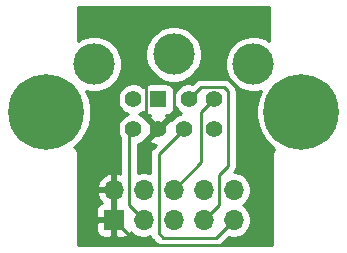
<source format=gtl>
%TF.GenerationSoftware,KiCad,Pcbnew,5.1.10-88a1d61d58~89~ubuntu20.04.1*%
%TF.CreationDate,2021-10-06T22:55:05-05:00*%
%TF.ProjectId,portboard_ribbon,706f7274-626f-4617-9264-5f726962626f,rev?*%
%TF.SameCoordinates,Original*%
%TF.FileFunction,Copper,L1,Top*%
%TF.FilePolarity,Positive*%
%FSLAX46Y46*%
G04 Gerber Fmt 4.6, Leading zero omitted, Abs format (unit mm)*
G04 Created by KiCad (PCBNEW 5.1.10-88a1d61d58~89~ubuntu20.04.1) date 2021-10-06 22:55:05*
%MOMM*%
%LPD*%
G01*
G04 APERTURE LIST*
%TA.AperFunction,ComponentPad*%
%ADD10C,1.422400*%
%TD*%
%TA.AperFunction,ComponentPad*%
%ADD11R,1.422400X1.422400*%
%TD*%
%TA.AperFunction,ComponentPad*%
%ADD12C,3.500000*%
%TD*%
%TA.AperFunction,ComponentPad*%
%ADD13O,1.700000X1.700000*%
%TD*%
%TA.AperFunction,ComponentPad*%
%ADD14R,1.700000X1.700000*%
%TD*%
%TA.AperFunction,ComponentPad*%
%ADD15C,6.400000*%
%TD*%
%TA.AperFunction,Conductor*%
%ADD16C,0.250000*%
%TD*%
%TA.AperFunction,Conductor*%
%ADD17C,0.254000*%
%TD*%
%TA.AperFunction,Conductor*%
%ADD18C,0.150000*%
%TD*%
G04 APERTURE END LIST*
D10*
%TO.P,J2,7*%
%TO.N,/GPi*%
X67829000Y-41053000D03*
%TO.P,J2,4*%
%TO.N,GND*%
X65629000Y-41053000D03*
%TO.P,J2,6*%
%TO.N,/TXD+*%
X63529000Y-41053000D03*
%TO.P,J2,8*%
%TO.N,/RXD+*%
X70329000Y-41053000D03*
%TO.P,J2,5*%
%TO.N,/RXD-*%
X70329000Y-38553000D03*
%TO.P,J2,3*%
%TO.N,/TXD-*%
X63529000Y-38553000D03*
D11*
%TO.P,J2,1*%
%TO.N,/HSKo*%
X65629000Y-38553000D03*
D10*
%TO.P,J2,2*%
%TO.N,/HSKi*%
X68229000Y-38553000D03*
D12*
%TO.P,J2,SH2*%
%TO.N,N/C*%
X66929000Y-34753000D03*
%TO.P,J2,SH3*%
X60179000Y-35553000D03*
%TO.P,J2,SH1*%
X73679000Y-35553000D03*
%TD*%
D13*
%TO.P,J1,10*%
%TO.N,+5V*%
X72009000Y-46228000D03*
%TO.P,J1,9*%
%TO.N,/GPi*%
X72009000Y-48768000D03*
%TO.P,J1,8*%
%TO.N,/HSKo*%
X69469000Y-46228000D03*
%TO.P,J1,7*%
%TO.N,/HSKi*%
X69469000Y-48768000D03*
%TO.P,J1,6*%
%TO.N,/RXD-*%
X66929000Y-46228000D03*
%TO.P,J1,5*%
%TO.N,/RXD+*%
X66929000Y-48768000D03*
%TO.P,J1,4*%
%TO.N,/TXD-*%
X64389000Y-46228000D03*
%TO.P,J1,3*%
%TO.N,/TXD+*%
X64389000Y-48768000D03*
%TO.P,J1,2*%
%TO.N,GND*%
X61849000Y-46228000D03*
D14*
%TO.P,J1,1*%
X61849000Y-48768000D03*
%TD*%
D15*
%TO.P,H2,1*%
%TO.N,N/C*%
X77724000Y-39624000D03*
%TD*%
%TO.P,H1,1*%
%TO.N,N/C*%
X56134000Y-39624000D03*
%TD*%
D16*
%TO.N,/GPi*%
X70485000Y-50292000D02*
X72009000Y-48768000D01*
X66040000Y-50292000D02*
X70485000Y-50292000D01*
X65659000Y-43223000D02*
X65659000Y-49911000D01*
X65659000Y-49911000D02*
X66040000Y-50292000D01*
X67829000Y-41053000D02*
X65659000Y-43223000D01*
%TO.N,/HSKi*%
X71171799Y-37516799D02*
X71501000Y-37846000D01*
X70739000Y-44977499D02*
X70739000Y-47498000D01*
X71501000Y-44215499D02*
X70739000Y-44977499D01*
X68229000Y-38553000D02*
X69265201Y-37516799D01*
X70739000Y-47498000D02*
X69469000Y-48768000D01*
X69265201Y-37516799D02*
X71171799Y-37516799D01*
X71501000Y-37846000D02*
X71501000Y-44215499D01*
%TO.N,/RXD-*%
X69292799Y-43864201D02*
X69292799Y-39589201D01*
X69292799Y-39589201D02*
X70329000Y-38553000D01*
X66929000Y-46228000D02*
X69292799Y-43864201D01*
%TO.N,/TXD+*%
X63119000Y-47498000D02*
X64389000Y-48768000D01*
X63119000Y-41463000D02*
X63119000Y-47498000D01*
X63529000Y-41053000D02*
X63119000Y-41463000D01*
%TO.N,GND*%
X66929000Y-39753000D02*
X66929000Y-37211000D01*
X65629000Y-41053000D02*
X66929000Y-39753000D01*
X66929000Y-37211000D02*
X64643000Y-37211000D01*
X64565201Y-39989201D02*
X65629000Y-41053000D01*
X64565201Y-37288799D02*
X64565201Y-39989201D01*
X64643000Y-37211000D02*
X64565201Y-37288799D01*
X64643000Y-37211000D02*
X62738000Y-37211000D01*
X61849000Y-38100000D02*
X61849000Y-46228000D01*
X62738000Y-37211000D02*
X61849000Y-38100000D01*
X61849000Y-46228000D02*
X61849000Y-48768000D01*
X68326000Y-37211000D02*
X67183000Y-37211000D01*
X67183000Y-37211000D02*
X66929000Y-37211000D01*
X68707000Y-36830000D02*
X68326000Y-37211000D01*
X71628000Y-36830000D02*
X68707000Y-36830000D01*
X73025000Y-38227000D02*
X71628000Y-36830000D01*
X73025000Y-42418000D02*
X73025000Y-38227000D01*
X73787000Y-43180000D02*
X73025000Y-42418000D01*
X73787000Y-50927000D02*
X73787000Y-43180000D01*
X64008000Y-50927000D02*
X73787000Y-50927000D01*
X61849000Y-48768000D02*
X64008000Y-50927000D01*
%TD*%
D17*
%TO.N,GND*%
X75032001Y-33588631D02*
X74808721Y-33439440D01*
X74374679Y-33259654D01*
X73913902Y-33168000D01*
X73444098Y-33168000D01*
X72983321Y-33259654D01*
X72549279Y-33439440D01*
X72158651Y-33700450D01*
X71826450Y-34032651D01*
X71565440Y-34423279D01*
X71385654Y-34857321D01*
X71294000Y-35318098D01*
X71294000Y-35787902D01*
X71385654Y-36248679D01*
X71565440Y-36682721D01*
X71826450Y-37073349D01*
X72158651Y-37405550D01*
X72549279Y-37666560D01*
X72983321Y-37846346D01*
X73444098Y-37938000D01*
X73913902Y-37938000D01*
X74303489Y-37860507D01*
X74036377Y-38505372D01*
X73889000Y-39246285D01*
X73889000Y-40001715D01*
X74036377Y-40742628D01*
X74325467Y-41440554D01*
X74745161Y-42068670D01*
X75279330Y-42602839D01*
X75464384Y-42726488D01*
X75394575Y-42811550D01*
X75333290Y-42926207D01*
X75295550Y-43050617D01*
X75282807Y-43180000D01*
X75286000Y-43212418D01*
X75286001Y-50902000D01*
X70939707Y-50902000D01*
X71025001Y-50832001D01*
X71048803Y-50802998D01*
X71642592Y-50209210D01*
X71862740Y-50253000D01*
X72155260Y-50253000D01*
X72442158Y-50195932D01*
X72712411Y-50083990D01*
X72955632Y-49921475D01*
X73162475Y-49714632D01*
X73324990Y-49471411D01*
X73436932Y-49201158D01*
X73494000Y-48914260D01*
X73494000Y-48621740D01*
X73436932Y-48334842D01*
X73324990Y-48064589D01*
X73162475Y-47821368D01*
X72955632Y-47614525D01*
X72781240Y-47498000D01*
X72955632Y-47381475D01*
X73162475Y-47174632D01*
X73324990Y-46931411D01*
X73436932Y-46661158D01*
X73494000Y-46374260D01*
X73494000Y-46081740D01*
X73436932Y-45794842D01*
X73324990Y-45524589D01*
X73162475Y-45281368D01*
X72955632Y-45074525D01*
X72712411Y-44912010D01*
X72442158Y-44800068D01*
X72155260Y-44743000D01*
X72051259Y-44743000D01*
X72135974Y-44639775D01*
X72206546Y-44507746D01*
X72250003Y-44364485D01*
X72261000Y-44252832D01*
X72261000Y-44252824D01*
X72264676Y-44215499D01*
X72261000Y-44178174D01*
X72261000Y-37883333D01*
X72264677Y-37846000D01*
X72250003Y-37697014D01*
X72206546Y-37553753D01*
X72171029Y-37487306D01*
X72135974Y-37421724D01*
X72041001Y-37305999D01*
X72011998Y-37282197D01*
X71735603Y-37005802D01*
X71711800Y-36976798D01*
X71596075Y-36881825D01*
X71464046Y-36811253D01*
X71320785Y-36767796D01*
X71209132Y-36756799D01*
X71209121Y-36756799D01*
X71171799Y-36753123D01*
X71134477Y-36756799D01*
X69302534Y-36756799D01*
X69265201Y-36753122D01*
X69227868Y-36756799D01*
X69116215Y-36767796D01*
X68972954Y-36811253D01*
X68840925Y-36881825D01*
X68725200Y-36976798D01*
X68701402Y-37005796D01*
X68477369Y-37229830D01*
X68361589Y-37206800D01*
X68096411Y-37206800D01*
X67836328Y-37258533D01*
X67591335Y-37360013D01*
X67370847Y-37507338D01*
X67183338Y-37694847D01*
X67036013Y-37915335D01*
X66978272Y-38054733D01*
X66978272Y-37841800D01*
X66966012Y-37717318D01*
X66929702Y-37597620D01*
X66870737Y-37487306D01*
X66791385Y-37390615D01*
X66694694Y-37311263D01*
X66584380Y-37252298D01*
X66464682Y-37215988D01*
X66340200Y-37203728D01*
X64917800Y-37203728D01*
X64793318Y-37215988D01*
X64673620Y-37252298D01*
X64563306Y-37311263D01*
X64466615Y-37390615D01*
X64387263Y-37487306D01*
X64379344Y-37502120D01*
X64166665Y-37360013D01*
X63921672Y-37258533D01*
X63661589Y-37206800D01*
X63396411Y-37206800D01*
X63136328Y-37258533D01*
X62891335Y-37360013D01*
X62670847Y-37507338D01*
X62483338Y-37694847D01*
X62336013Y-37915335D01*
X62234533Y-38160328D01*
X62182800Y-38420411D01*
X62182800Y-38685589D01*
X62234533Y-38945672D01*
X62336013Y-39190665D01*
X62483338Y-39411153D01*
X62670847Y-39598662D01*
X62891335Y-39745987D01*
X63028976Y-39803000D01*
X62891335Y-39860013D01*
X62670847Y-40007338D01*
X62483338Y-40194847D01*
X62336013Y-40415335D01*
X62234533Y-40660328D01*
X62182800Y-40920411D01*
X62182800Y-41185589D01*
X62234533Y-41445672D01*
X62336013Y-41690665D01*
X62359000Y-41725068D01*
X62359001Y-44833986D01*
X62353099Y-44831175D01*
X62205890Y-44786524D01*
X61976000Y-44907845D01*
X61976000Y-46101000D01*
X61996000Y-46101000D01*
X61996000Y-46355000D01*
X61976000Y-46355000D01*
X61976000Y-48641000D01*
X61996000Y-48641000D01*
X61996000Y-48895000D01*
X61976000Y-48895000D01*
X61976000Y-50094250D01*
X62134750Y-50253000D01*
X62699000Y-50256072D01*
X62823482Y-50243812D01*
X62943180Y-50207502D01*
X63053494Y-50148537D01*
X63150185Y-50069185D01*
X63229537Y-49972494D01*
X63288502Y-49862180D01*
X63310513Y-49789620D01*
X63442368Y-49921475D01*
X63685589Y-50083990D01*
X63955842Y-50195932D01*
X64242740Y-50253000D01*
X64535260Y-50253000D01*
X64822158Y-50195932D01*
X64936828Y-50148434D01*
X64953454Y-50203246D01*
X65024026Y-50335276D01*
X65095201Y-50422002D01*
X65119000Y-50451001D01*
X65147998Y-50474799D01*
X65476196Y-50802997D01*
X65499999Y-50832001D01*
X65585293Y-50902000D01*
X58826000Y-50902000D01*
X58826000Y-49618000D01*
X60360928Y-49618000D01*
X60373188Y-49742482D01*
X60409498Y-49862180D01*
X60468463Y-49972494D01*
X60547815Y-50069185D01*
X60644506Y-50148537D01*
X60754820Y-50207502D01*
X60874518Y-50243812D01*
X60999000Y-50256072D01*
X61563250Y-50253000D01*
X61722000Y-50094250D01*
X61722000Y-48895000D01*
X60522750Y-48895000D01*
X60364000Y-49053750D01*
X60360928Y-49618000D01*
X58826000Y-49618000D01*
X58826000Y-47918000D01*
X60360928Y-47918000D01*
X60364000Y-48482250D01*
X60522750Y-48641000D01*
X61722000Y-48641000D01*
X61722000Y-46355000D01*
X60528186Y-46355000D01*
X60407519Y-46584891D01*
X60504843Y-46859252D01*
X60653822Y-47109355D01*
X60830626Y-47305502D01*
X60754820Y-47328498D01*
X60644506Y-47387463D01*
X60547815Y-47466815D01*
X60468463Y-47563506D01*
X60409498Y-47673820D01*
X60373188Y-47793518D01*
X60360928Y-47918000D01*
X58826000Y-47918000D01*
X58826000Y-45871109D01*
X60407519Y-45871109D01*
X60528186Y-46101000D01*
X61722000Y-46101000D01*
X61722000Y-44907845D01*
X61492110Y-44786524D01*
X61344901Y-44831175D01*
X61082080Y-44956359D01*
X60848731Y-45130412D01*
X60653822Y-45346645D01*
X60504843Y-45596748D01*
X60407519Y-45871109D01*
X58826000Y-45871109D01*
X58826000Y-43212418D01*
X58829193Y-43180000D01*
X58816450Y-43050617D01*
X58778710Y-42926207D01*
X58717425Y-42811550D01*
X58634948Y-42711052D01*
X58537010Y-42630676D01*
X58578670Y-42602839D01*
X59112839Y-42068670D01*
X59532533Y-41440554D01*
X59821623Y-40742628D01*
X59969000Y-40001715D01*
X59969000Y-39246285D01*
X59821623Y-38505372D01*
X59554511Y-37860507D01*
X59944098Y-37938000D01*
X60413902Y-37938000D01*
X60874679Y-37846346D01*
X61308721Y-37666560D01*
X61699349Y-37405550D01*
X62031550Y-37073349D01*
X62292560Y-36682721D01*
X62472346Y-36248679D01*
X62564000Y-35787902D01*
X62564000Y-35318098D01*
X62472346Y-34857321D01*
X62331836Y-34518098D01*
X64544000Y-34518098D01*
X64544000Y-34987902D01*
X64635654Y-35448679D01*
X64815440Y-35882721D01*
X65076450Y-36273349D01*
X65408651Y-36605550D01*
X65799279Y-36866560D01*
X66233321Y-37046346D01*
X66694098Y-37138000D01*
X67163902Y-37138000D01*
X67624679Y-37046346D01*
X68058721Y-36866560D01*
X68449349Y-36605550D01*
X68781550Y-36273349D01*
X69042560Y-35882721D01*
X69222346Y-35448679D01*
X69314000Y-34987902D01*
X69314000Y-34518098D01*
X69222346Y-34057321D01*
X69042560Y-33623279D01*
X68781550Y-33232651D01*
X68449349Y-32900450D01*
X68058721Y-32639440D01*
X67624679Y-32459654D01*
X67163902Y-32368000D01*
X66694098Y-32368000D01*
X66233321Y-32459654D01*
X65799279Y-32639440D01*
X65408651Y-32900450D01*
X65076450Y-33232651D01*
X64815440Y-33623279D01*
X64635654Y-34057321D01*
X64544000Y-34518098D01*
X62331836Y-34518098D01*
X62292560Y-34423279D01*
X62031550Y-34032651D01*
X61699349Y-33700450D01*
X61308721Y-33439440D01*
X60874679Y-33259654D01*
X60413902Y-33168000D01*
X59944098Y-33168000D01*
X59483321Y-33259654D01*
X59049279Y-33439440D01*
X58826000Y-33588631D01*
X58826000Y-30759000D01*
X75032000Y-30759000D01*
X75032001Y-33588631D01*
%TA.AperFunction,Conductor*%
D18*
G36*
X75032001Y-33588631D02*
G01*
X74808721Y-33439440D01*
X74374679Y-33259654D01*
X73913902Y-33168000D01*
X73444098Y-33168000D01*
X72983321Y-33259654D01*
X72549279Y-33439440D01*
X72158651Y-33700450D01*
X71826450Y-34032651D01*
X71565440Y-34423279D01*
X71385654Y-34857321D01*
X71294000Y-35318098D01*
X71294000Y-35787902D01*
X71385654Y-36248679D01*
X71565440Y-36682721D01*
X71826450Y-37073349D01*
X72158651Y-37405550D01*
X72549279Y-37666560D01*
X72983321Y-37846346D01*
X73444098Y-37938000D01*
X73913902Y-37938000D01*
X74303489Y-37860507D01*
X74036377Y-38505372D01*
X73889000Y-39246285D01*
X73889000Y-40001715D01*
X74036377Y-40742628D01*
X74325467Y-41440554D01*
X74745161Y-42068670D01*
X75279330Y-42602839D01*
X75464384Y-42726488D01*
X75394575Y-42811550D01*
X75333290Y-42926207D01*
X75295550Y-43050617D01*
X75282807Y-43180000D01*
X75286000Y-43212418D01*
X75286001Y-50902000D01*
X70939707Y-50902000D01*
X71025001Y-50832001D01*
X71048803Y-50802998D01*
X71642592Y-50209210D01*
X71862740Y-50253000D01*
X72155260Y-50253000D01*
X72442158Y-50195932D01*
X72712411Y-50083990D01*
X72955632Y-49921475D01*
X73162475Y-49714632D01*
X73324990Y-49471411D01*
X73436932Y-49201158D01*
X73494000Y-48914260D01*
X73494000Y-48621740D01*
X73436932Y-48334842D01*
X73324990Y-48064589D01*
X73162475Y-47821368D01*
X72955632Y-47614525D01*
X72781240Y-47498000D01*
X72955632Y-47381475D01*
X73162475Y-47174632D01*
X73324990Y-46931411D01*
X73436932Y-46661158D01*
X73494000Y-46374260D01*
X73494000Y-46081740D01*
X73436932Y-45794842D01*
X73324990Y-45524589D01*
X73162475Y-45281368D01*
X72955632Y-45074525D01*
X72712411Y-44912010D01*
X72442158Y-44800068D01*
X72155260Y-44743000D01*
X72051259Y-44743000D01*
X72135974Y-44639775D01*
X72206546Y-44507746D01*
X72250003Y-44364485D01*
X72261000Y-44252832D01*
X72261000Y-44252824D01*
X72264676Y-44215499D01*
X72261000Y-44178174D01*
X72261000Y-37883333D01*
X72264677Y-37846000D01*
X72250003Y-37697014D01*
X72206546Y-37553753D01*
X72171029Y-37487306D01*
X72135974Y-37421724D01*
X72041001Y-37305999D01*
X72011998Y-37282197D01*
X71735603Y-37005802D01*
X71711800Y-36976798D01*
X71596075Y-36881825D01*
X71464046Y-36811253D01*
X71320785Y-36767796D01*
X71209132Y-36756799D01*
X71209121Y-36756799D01*
X71171799Y-36753123D01*
X71134477Y-36756799D01*
X69302534Y-36756799D01*
X69265201Y-36753122D01*
X69227868Y-36756799D01*
X69116215Y-36767796D01*
X68972954Y-36811253D01*
X68840925Y-36881825D01*
X68725200Y-36976798D01*
X68701402Y-37005796D01*
X68477369Y-37229830D01*
X68361589Y-37206800D01*
X68096411Y-37206800D01*
X67836328Y-37258533D01*
X67591335Y-37360013D01*
X67370847Y-37507338D01*
X67183338Y-37694847D01*
X67036013Y-37915335D01*
X66978272Y-38054733D01*
X66978272Y-37841800D01*
X66966012Y-37717318D01*
X66929702Y-37597620D01*
X66870737Y-37487306D01*
X66791385Y-37390615D01*
X66694694Y-37311263D01*
X66584380Y-37252298D01*
X66464682Y-37215988D01*
X66340200Y-37203728D01*
X64917800Y-37203728D01*
X64793318Y-37215988D01*
X64673620Y-37252298D01*
X64563306Y-37311263D01*
X64466615Y-37390615D01*
X64387263Y-37487306D01*
X64379344Y-37502120D01*
X64166665Y-37360013D01*
X63921672Y-37258533D01*
X63661589Y-37206800D01*
X63396411Y-37206800D01*
X63136328Y-37258533D01*
X62891335Y-37360013D01*
X62670847Y-37507338D01*
X62483338Y-37694847D01*
X62336013Y-37915335D01*
X62234533Y-38160328D01*
X62182800Y-38420411D01*
X62182800Y-38685589D01*
X62234533Y-38945672D01*
X62336013Y-39190665D01*
X62483338Y-39411153D01*
X62670847Y-39598662D01*
X62891335Y-39745987D01*
X63028976Y-39803000D01*
X62891335Y-39860013D01*
X62670847Y-40007338D01*
X62483338Y-40194847D01*
X62336013Y-40415335D01*
X62234533Y-40660328D01*
X62182800Y-40920411D01*
X62182800Y-41185589D01*
X62234533Y-41445672D01*
X62336013Y-41690665D01*
X62359000Y-41725068D01*
X62359001Y-44833986D01*
X62353099Y-44831175D01*
X62205890Y-44786524D01*
X61976000Y-44907845D01*
X61976000Y-46101000D01*
X61996000Y-46101000D01*
X61996000Y-46355000D01*
X61976000Y-46355000D01*
X61976000Y-48641000D01*
X61996000Y-48641000D01*
X61996000Y-48895000D01*
X61976000Y-48895000D01*
X61976000Y-50094250D01*
X62134750Y-50253000D01*
X62699000Y-50256072D01*
X62823482Y-50243812D01*
X62943180Y-50207502D01*
X63053494Y-50148537D01*
X63150185Y-50069185D01*
X63229537Y-49972494D01*
X63288502Y-49862180D01*
X63310513Y-49789620D01*
X63442368Y-49921475D01*
X63685589Y-50083990D01*
X63955842Y-50195932D01*
X64242740Y-50253000D01*
X64535260Y-50253000D01*
X64822158Y-50195932D01*
X64936828Y-50148434D01*
X64953454Y-50203246D01*
X65024026Y-50335276D01*
X65095201Y-50422002D01*
X65119000Y-50451001D01*
X65147998Y-50474799D01*
X65476196Y-50802997D01*
X65499999Y-50832001D01*
X65585293Y-50902000D01*
X58826000Y-50902000D01*
X58826000Y-49618000D01*
X60360928Y-49618000D01*
X60373188Y-49742482D01*
X60409498Y-49862180D01*
X60468463Y-49972494D01*
X60547815Y-50069185D01*
X60644506Y-50148537D01*
X60754820Y-50207502D01*
X60874518Y-50243812D01*
X60999000Y-50256072D01*
X61563250Y-50253000D01*
X61722000Y-50094250D01*
X61722000Y-48895000D01*
X60522750Y-48895000D01*
X60364000Y-49053750D01*
X60360928Y-49618000D01*
X58826000Y-49618000D01*
X58826000Y-47918000D01*
X60360928Y-47918000D01*
X60364000Y-48482250D01*
X60522750Y-48641000D01*
X61722000Y-48641000D01*
X61722000Y-46355000D01*
X60528186Y-46355000D01*
X60407519Y-46584891D01*
X60504843Y-46859252D01*
X60653822Y-47109355D01*
X60830626Y-47305502D01*
X60754820Y-47328498D01*
X60644506Y-47387463D01*
X60547815Y-47466815D01*
X60468463Y-47563506D01*
X60409498Y-47673820D01*
X60373188Y-47793518D01*
X60360928Y-47918000D01*
X58826000Y-47918000D01*
X58826000Y-45871109D01*
X60407519Y-45871109D01*
X60528186Y-46101000D01*
X61722000Y-46101000D01*
X61722000Y-44907845D01*
X61492110Y-44786524D01*
X61344901Y-44831175D01*
X61082080Y-44956359D01*
X60848731Y-45130412D01*
X60653822Y-45346645D01*
X60504843Y-45596748D01*
X60407519Y-45871109D01*
X58826000Y-45871109D01*
X58826000Y-43212418D01*
X58829193Y-43180000D01*
X58816450Y-43050617D01*
X58778710Y-42926207D01*
X58717425Y-42811550D01*
X58634948Y-42711052D01*
X58537010Y-42630676D01*
X58578670Y-42602839D01*
X59112839Y-42068670D01*
X59532533Y-41440554D01*
X59821623Y-40742628D01*
X59969000Y-40001715D01*
X59969000Y-39246285D01*
X59821623Y-38505372D01*
X59554511Y-37860507D01*
X59944098Y-37938000D01*
X60413902Y-37938000D01*
X60874679Y-37846346D01*
X61308721Y-37666560D01*
X61699349Y-37405550D01*
X62031550Y-37073349D01*
X62292560Y-36682721D01*
X62472346Y-36248679D01*
X62564000Y-35787902D01*
X62564000Y-35318098D01*
X62472346Y-34857321D01*
X62331836Y-34518098D01*
X64544000Y-34518098D01*
X64544000Y-34987902D01*
X64635654Y-35448679D01*
X64815440Y-35882721D01*
X65076450Y-36273349D01*
X65408651Y-36605550D01*
X65799279Y-36866560D01*
X66233321Y-37046346D01*
X66694098Y-37138000D01*
X67163902Y-37138000D01*
X67624679Y-37046346D01*
X68058721Y-36866560D01*
X68449349Y-36605550D01*
X68781550Y-36273349D01*
X69042560Y-35882721D01*
X69222346Y-35448679D01*
X69314000Y-34987902D01*
X69314000Y-34518098D01*
X69222346Y-34057321D01*
X69042560Y-33623279D01*
X68781550Y-33232651D01*
X68449349Y-32900450D01*
X68058721Y-32639440D01*
X67624679Y-32459654D01*
X67163902Y-32368000D01*
X66694098Y-32368000D01*
X66233321Y-32459654D01*
X65799279Y-32639440D01*
X65408651Y-32900450D01*
X65076450Y-33232651D01*
X64815440Y-33623279D01*
X64635654Y-34057321D01*
X64544000Y-34518098D01*
X62331836Y-34518098D01*
X62292560Y-34423279D01*
X62031550Y-34032651D01*
X61699349Y-33700450D01*
X61308721Y-33439440D01*
X60874679Y-33259654D01*
X60413902Y-33168000D01*
X59944098Y-33168000D01*
X59483321Y-33259654D01*
X59049279Y-33439440D01*
X58826000Y-33588631D01*
X58826000Y-30759000D01*
X75032000Y-30759000D01*
X75032001Y-33588631D01*
G37*
%TD.AperFunction*%
D17*
X67036013Y-39190665D02*
X67183338Y-39411153D01*
X67370847Y-39598662D01*
X67570246Y-39731896D01*
X67436328Y-39758533D01*
X67191335Y-39860013D01*
X66970847Y-40007338D01*
X66783338Y-40194847D01*
X66688348Y-40337009D01*
X66558273Y-40303332D01*
X65808605Y-41053000D01*
X65822748Y-41067143D01*
X65643143Y-41246748D01*
X65629000Y-41232605D01*
X64879332Y-41982273D01*
X64940152Y-42217183D01*
X65180509Y-42329202D01*
X65419557Y-42387642D01*
X65148002Y-42659196D01*
X65118999Y-42682999D01*
X65063871Y-42750174D01*
X65024026Y-42798724D01*
X65017170Y-42811551D01*
X64953454Y-42930754D01*
X64909997Y-43074015D01*
X64899000Y-43185668D01*
X64899000Y-43185678D01*
X64895324Y-43223000D01*
X64899000Y-43260323D01*
X64899000Y-44831897D01*
X64822158Y-44800068D01*
X64535260Y-44743000D01*
X64242740Y-44743000D01*
X63955842Y-44800068D01*
X63879000Y-44831897D01*
X63879000Y-42355955D01*
X63921672Y-42347467D01*
X64166665Y-42245987D01*
X64387153Y-42098662D01*
X64574662Y-41911153D01*
X64654903Y-41791063D01*
X64699727Y-41802668D01*
X65449395Y-41053000D01*
X64699727Y-40303332D01*
X64654903Y-40314937D01*
X64574662Y-40194847D01*
X64387153Y-40007338D01*
X64166665Y-39860013D01*
X64029024Y-39803000D01*
X64166665Y-39745987D01*
X64379344Y-39603880D01*
X64387263Y-39618694D01*
X64466615Y-39715385D01*
X64563306Y-39794737D01*
X64673620Y-39853702D01*
X64793318Y-39890012D01*
X64917800Y-39902272D01*
X64936668Y-39902272D01*
X64879332Y-40123727D01*
X65629000Y-40873395D01*
X66378668Y-40123727D01*
X66321332Y-39902272D01*
X66340200Y-39902272D01*
X66464682Y-39890012D01*
X66584380Y-39853702D01*
X66694694Y-39794737D01*
X66791385Y-39715385D01*
X66870737Y-39618694D01*
X66929702Y-39508380D01*
X66966012Y-39388682D01*
X66978272Y-39264200D01*
X66978272Y-39051267D01*
X67036013Y-39190665D01*
%TA.AperFunction,Conductor*%
D18*
G36*
X67036013Y-39190665D02*
G01*
X67183338Y-39411153D01*
X67370847Y-39598662D01*
X67570246Y-39731896D01*
X67436328Y-39758533D01*
X67191335Y-39860013D01*
X66970847Y-40007338D01*
X66783338Y-40194847D01*
X66688348Y-40337009D01*
X66558273Y-40303332D01*
X65808605Y-41053000D01*
X65822748Y-41067143D01*
X65643143Y-41246748D01*
X65629000Y-41232605D01*
X64879332Y-41982273D01*
X64940152Y-42217183D01*
X65180509Y-42329202D01*
X65419557Y-42387642D01*
X65148002Y-42659196D01*
X65118999Y-42682999D01*
X65063871Y-42750174D01*
X65024026Y-42798724D01*
X65017170Y-42811551D01*
X64953454Y-42930754D01*
X64909997Y-43074015D01*
X64899000Y-43185668D01*
X64899000Y-43185678D01*
X64895324Y-43223000D01*
X64899000Y-43260323D01*
X64899000Y-44831897D01*
X64822158Y-44800068D01*
X64535260Y-44743000D01*
X64242740Y-44743000D01*
X63955842Y-44800068D01*
X63879000Y-44831897D01*
X63879000Y-42355955D01*
X63921672Y-42347467D01*
X64166665Y-42245987D01*
X64387153Y-42098662D01*
X64574662Y-41911153D01*
X64654903Y-41791063D01*
X64699727Y-41802668D01*
X65449395Y-41053000D01*
X64699727Y-40303332D01*
X64654903Y-40314937D01*
X64574662Y-40194847D01*
X64387153Y-40007338D01*
X64166665Y-39860013D01*
X64029024Y-39803000D01*
X64166665Y-39745987D01*
X64379344Y-39603880D01*
X64387263Y-39618694D01*
X64466615Y-39715385D01*
X64563306Y-39794737D01*
X64673620Y-39853702D01*
X64793318Y-39890012D01*
X64917800Y-39902272D01*
X64936668Y-39902272D01*
X64879332Y-40123727D01*
X65629000Y-40873395D01*
X66378668Y-40123727D01*
X66321332Y-39902272D01*
X66340200Y-39902272D01*
X66464682Y-39890012D01*
X66584380Y-39853702D01*
X66694694Y-39794737D01*
X66791385Y-39715385D01*
X66870737Y-39618694D01*
X66929702Y-39508380D01*
X66966012Y-39388682D01*
X66978272Y-39264200D01*
X66978272Y-39051267D01*
X67036013Y-39190665D01*
G37*
%TD.AperFunction*%
%TD*%
M02*

</source>
